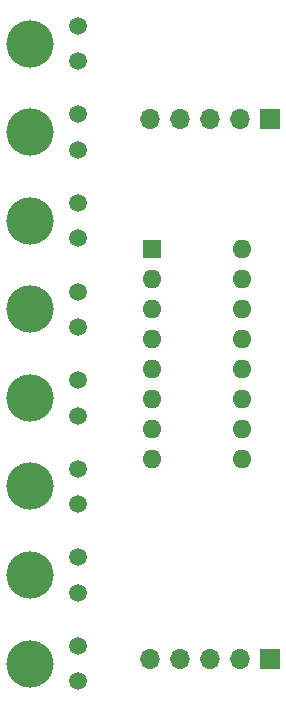
<source format=gbr>
%TF.GenerationSoftware,KiCad,Pcbnew,7.0.1*%
%TF.CreationDate,2023-10-04T10:52:32-04:00*%
%TF.ProjectId,TacTile-L2,54616354-696c-4652-9d4c-322e6b696361,rev?*%
%TF.SameCoordinates,Original*%
%TF.FileFunction,Soldermask,Bot*%
%TF.FilePolarity,Negative*%
%FSLAX46Y46*%
G04 Gerber Fmt 4.6, Leading zero omitted, Abs format (unit mm)*
G04 Created by KiCad (PCBNEW 7.0.1) date 2023-10-04 10:52:32*
%MOMM*%
%LPD*%
G01*
G04 APERTURE LIST*
%ADD10R,1.700000X1.700000*%
%ADD11O,1.700000X1.700000*%
%ADD12C,4.000000*%
%ADD13C,1.500000*%
%ADD14R,1.600000X1.600000*%
%ADD15O,1.600000X1.600000*%
G04 APERTURE END LIST*
D10*
%TO.C,J1*%
X48000000Y-35100000D03*
D11*
X45460000Y-35100000D03*
X42920000Y-35100000D03*
X40380000Y-35100000D03*
X37840000Y-35100000D03*
%TD*%
D12*
%TO.C,R2*%
X27750000Y-36250000D03*
D13*
X31750000Y-34750000D03*
X31750000Y-37750000D03*
%TD*%
D12*
%TO.C,R8*%
X27750000Y-81250000D03*
D13*
X31750000Y-79750000D03*
X31750000Y-82750000D03*
%TD*%
D12*
%TO.C,R6*%
X27750000Y-66250000D03*
D13*
X31750000Y-64750000D03*
X31750000Y-67750000D03*
%TD*%
D12*
%TO.C,R4*%
X27750000Y-51250000D03*
D13*
X31750000Y-49750000D03*
X31750000Y-52750000D03*
%TD*%
D12*
%TO.C,R7*%
X27750000Y-73750000D03*
D13*
X31750000Y-72250000D03*
X31750000Y-75250000D03*
%TD*%
D12*
%TO.C,R3*%
X27750000Y-43750000D03*
D13*
X31750000Y-42250000D03*
X31750000Y-45250000D03*
%TD*%
D14*
%TO.C,U1*%
X38000000Y-46125000D03*
D15*
X38000000Y-48665000D03*
X38000000Y-51205000D03*
X38000000Y-53745000D03*
X38000000Y-56285000D03*
X38000000Y-58825000D03*
X38000000Y-61365000D03*
X38000000Y-63905000D03*
X45620000Y-63905000D03*
X45620000Y-61365000D03*
X45620000Y-58825000D03*
X45620000Y-56285000D03*
X45620000Y-53745000D03*
X45620000Y-51205000D03*
X45620000Y-48665000D03*
X45620000Y-46125000D03*
%TD*%
D12*
%TO.C,R1*%
X27750000Y-28750000D03*
D13*
X31750000Y-27250000D03*
X31750000Y-30250000D03*
%TD*%
D12*
%TO.C,R5*%
X27750000Y-58750000D03*
D13*
X31750000Y-57250000D03*
X31750000Y-60250000D03*
%TD*%
D10*
%TO.C,J2*%
X48000000Y-80875000D03*
D11*
X45460000Y-80875000D03*
X42920000Y-80875000D03*
X40380000Y-80875000D03*
X37840000Y-80875000D03*
%TD*%
M02*

</source>
